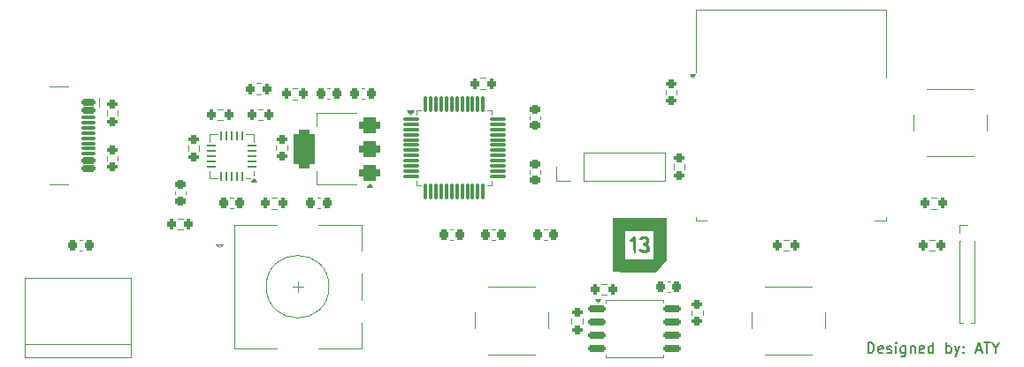
<source format=gto>
G04 #@! TF.GenerationSoftware,KiCad,Pcbnew,9.0.3*
G04 #@! TF.CreationDate,2025-08-18T18:11:48-04:00*
G04 #@! TF.ProjectId,Calender,43616c65-6e64-4657-922e-6b696361645f,rev?*
G04 #@! TF.SameCoordinates,Original*
G04 #@! TF.FileFunction,Legend,Top*
G04 #@! TF.FilePolarity,Positive*
%FSLAX46Y46*%
G04 Gerber Fmt 4.6, Leading zero omitted, Abs format (unit mm)*
G04 Created by KiCad (PCBNEW 9.0.3) date 2025-08-18 18:11:48*
%MOMM*%
%LPD*%
G01*
G04 APERTURE LIST*
G04 Aperture macros list*
%AMRoundRect*
0 Rectangle with rounded corners*
0 $1 Rounding radius*
0 $2 $3 $4 $5 $6 $7 $8 $9 X,Y pos of 4 corners*
0 Add a 4 corners polygon primitive as box body*
4,1,4,$2,$3,$4,$5,$6,$7,$8,$9,$2,$3,0*
0 Add four circle primitives for the rounded corners*
1,1,$1+$1,$2,$3*
1,1,$1+$1,$4,$5*
1,1,$1+$1,$6,$7*
1,1,$1+$1,$8,$9*
0 Add four rect primitives between the rounded corners*
20,1,$1+$1,$2,$3,$4,$5,0*
20,1,$1+$1,$4,$5,$6,$7,0*
20,1,$1+$1,$6,$7,$8,$9,0*
20,1,$1+$1,$8,$9,$2,$3,0*%
G04 Aperture macros list end*
%ADD10C,0.200000*%
%ADD11C,0.000000*%
%ADD12C,0.120000*%
%ADD13RoundRect,0.200000X0.275000X-0.200000X0.275000X0.200000X-0.275000X0.200000X-0.275000X-0.200000X0*%
%ADD14RoundRect,0.200000X0.200000X0.275000X-0.200000X0.275000X-0.200000X-0.275000X0.200000X-0.275000X0*%
%ADD15RoundRect,0.225000X-0.250000X0.225000X-0.250000X-0.225000X0.250000X-0.225000X0.250000X0.225000X0*%
%ADD16C,2.000000*%
%ADD17RoundRect,0.375000X0.625000X0.375000X-0.625000X0.375000X-0.625000X-0.375000X0.625000X-0.375000X0*%
%ADD18RoundRect,0.500000X0.500000X1.400000X-0.500000X1.400000X-0.500000X-1.400000X0.500000X-1.400000X0*%
%ADD19RoundRect,0.200000X-0.200000X-0.275000X0.200000X-0.275000X0.200000X0.275000X-0.200000X0.275000X0*%
%ADD20RoundRect,0.062500X0.350000X0.062500X-0.350000X0.062500X-0.350000X-0.062500X0.350000X-0.062500X0*%
%ADD21RoundRect,0.062500X0.062500X0.350000X-0.062500X0.350000X-0.062500X-0.350000X0.062500X-0.350000X0*%
%ADD22R,2.500000X2.500000*%
%ADD23R,3.000000X3.000000*%
%ADD24C,3.000000*%
%ADD25RoundRect,0.225000X-0.225000X-0.250000X0.225000X-0.250000X0.225000X0.250000X-0.225000X0.250000X0*%
%ADD26R,0.850000X0.850000*%
%ADD27C,0.850000*%
%ADD28R,2.000000X2.000000*%
%ADD29R,3.200000X2.000000*%
%ADD30RoundRect,0.225000X0.250000X-0.225000X0.250000X0.225000X-0.250000X0.225000X-0.250000X-0.225000X0*%
%ADD31RoundRect,0.200000X-0.275000X0.200000X-0.275000X-0.200000X0.275000X-0.200000X0.275000X0.200000X0*%
%ADD32RoundRect,0.225000X0.225000X0.250000X-0.225000X0.250000X-0.225000X-0.250000X0.225000X-0.250000X0*%
%ADD33R,1.500000X0.900000*%
%ADD34R,4.000000X4.000000*%
%ADD35RoundRect,0.075000X-0.662500X-0.075000X0.662500X-0.075000X0.662500X0.075000X-0.662500X0.075000X0*%
%ADD36RoundRect,0.075000X-0.075000X-0.662500X0.075000X-0.662500X0.075000X0.662500X-0.075000X0.662500X0*%
%ADD37C,0.650000*%
%ADD38RoundRect,0.150000X-0.500000X0.150000X-0.500000X-0.150000X0.500000X-0.150000X0.500000X0.150000X0*%
%ADD39RoundRect,0.075000X-0.575000X0.075000X-0.575000X-0.075000X0.575000X-0.075000X0.575000X0.075000X0*%
%ADD40O,2.100000X1.000000*%
%ADD41O,1.600000X1.000000*%
%ADD42RoundRect,0.162500X-0.650000X-0.162500X0.650000X-0.162500X0.650000X0.162500X-0.650000X0.162500X0*%
%ADD43R,1.700000X1.700000*%
%ADD44C,1.700000*%
G04 APERTURE END LIST*
D10*
X224869673Y-141867219D02*
X224869673Y-140867219D01*
X224869673Y-140867219D02*
X225107768Y-140867219D01*
X225107768Y-140867219D02*
X225250625Y-140914838D01*
X225250625Y-140914838D02*
X225345863Y-141010076D01*
X225345863Y-141010076D02*
X225393482Y-141105314D01*
X225393482Y-141105314D02*
X225441101Y-141295790D01*
X225441101Y-141295790D02*
X225441101Y-141438647D01*
X225441101Y-141438647D02*
X225393482Y-141629123D01*
X225393482Y-141629123D02*
X225345863Y-141724361D01*
X225345863Y-141724361D02*
X225250625Y-141819600D01*
X225250625Y-141819600D02*
X225107768Y-141867219D01*
X225107768Y-141867219D02*
X224869673Y-141867219D01*
X226250625Y-141819600D02*
X226155387Y-141867219D01*
X226155387Y-141867219D02*
X225964911Y-141867219D01*
X225964911Y-141867219D02*
X225869673Y-141819600D01*
X225869673Y-141819600D02*
X225822054Y-141724361D01*
X225822054Y-141724361D02*
X225822054Y-141343409D01*
X225822054Y-141343409D02*
X225869673Y-141248171D01*
X225869673Y-141248171D02*
X225964911Y-141200552D01*
X225964911Y-141200552D02*
X226155387Y-141200552D01*
X226155387Y-141200552D02*
X226250625Y-141248171D01*
X226250625Y-141248171D02*
X226298244Y-141343409D01*
X226298244Y-141343409D02*
X226298244Y-141438647D01*
X226298244Y-141438647D02*
X225822054Y-141533885D01*
X226679197Y-141819600D02*
X226774435Y-141867219D01*
X226774435Y-141867219D02*
X226964911Y-141867219D01*
X226964911Y-141867219D02*
X227060149Y-141819600D01*
X227060149Y-141819600D02*
X227107768Y-141724361D01*
X227107768Y-141724361D02*
X227107768Y-141676742D01*
X227107768Y-141676742D02*
X227060149Y-141581504D01*
X227060149Y-141581504D02*
X226964911Y-141533885D01*
X226964911Y-141533885D02*
X226822054Y-141533885D01*
X226822054Y-141533885D02*
X226726816Y-141486266D01*
X226726816Y-141486266D02*
X226679197Y-141391028D01*
X226679197Y-141391028D02*
X226679197Y-141343409D01*
X226679197Y-141343409D02*
X226726816Y-141248171D01*
X226726816Y-141248171D02*
X226822054Y-141200552D01*
X226822054Y-141200552D02*
X226964911Y-141200552D01*
X226964911Y-141200552D02*
X227060149Y-141248171D01*
X227536340Y-141867219D02*
X227536340Y-141200552D01*
X227536340Y-140867219D02*
X227488721Y-140914838D01*
X227488721Y-140914838D02*
X227536340Y-140962457D01*
X227536340Y-140962457D02*
X227583959Y-140914838D01*
X227583959Y-140914838D02*
X227536340Y-140867219D01*
X227536340Y-140867219D02*
X227536340Y-140962457D01*
X228441101Y-141200552D02*
X228441101Y-142010076D01*
X228441101Y-142010076D02*
X228393482Y-142105314D01*
X228393482Y-142105314D02*
X228345863Y-142152933D01*
X228345863Y-142152933D02*
X228250625Y-142200552D01*
X228250625Y-142200552D02*
X228107768Y-142200552D01*
X228107768Y-142200552D02*
X228012530Y-142152933D01*
X228441101Y-141819600D02*
X228345863Y-141867219D01*
X228345863Y-141867219D02*
X228155387Y-141867219D01*
X228155387Y-141867219D02*
X228060149Y-141819600D01*
X228060149Y-141819600D02*
X228012530Y-141771980D01*
X228012530Y-141771980D02*
X227964911Y-141676742D01*
X227964911Y-141676742D02*
X227964911Y-141391028D01*
X227964911Y-141391028D02*
X228012530Y-141295790D01*
X228012530Y-141295790D02*
X228060149Y-141248171D01*
X228060149Y-141248171D02*
X228155387Y-141200552D01*
X228155387Y-141200552D02*
X228345863Y-141200552D01*
X228345863Y-141200552D02*
X228441101Y-141248171D01*
X228917292Y-141200552D02*
X228917292Y-141867219D01*
X228917292Y-141295790D02*
X228964911Y-141248171D01*
X228964911Y-141248171D02*
X229060149Y-141200552D01*
X229060149Y-141200552D02*
X229203006Y-141200552D01*
X229203006Y-141200552D02*
X229298244Y-141248171D01*
X229298244Y-141248171D02*
X229345863Y-141343409D01*
X229345863Y-141343409D02*
X229345863Y-141867219D01*
X230203006Y-141819600D02*
X230107768Y-141867219D01*
X230107768Y-141867219D02*
X229917292Y-141867219D01*
X229917292Y-141867219D02*
X229822054Y-141819600D01*
X229822054Y-141819600D02*
X229774435Y-141724361D01*
X229774435Y-141724361D02*
X229774435Y-141343409D01*
X229774435Y-141343409D02*
X229822054Y-141248171D01*
X229822054Y-141248171D02*
X229917292Y-141200552D01*
X229917292Y-141200552D02*
X230107768Y-141200552D01*
X230107768Y-141200552D02*
X230203006Y-141248171D01*
X230203006Y-141248171D02*
X230250625Y-141343409D01*
X230250625Y-141343409D02*
X230250625Y-141438647D01*
X230250625Y-141438647D02*
X229774435Y-141533885D01*
X231107768Y-141867219D02*
X231107768Y-140867219D01*
X231107768Y-141819600D02*
X231012530Y-141867219D01*
X231012530Y-141867219D02*
X230822054Y-141867219D01*
X230822054Y-141867219D02*
X230726816Y-141819600D01*
X230726816Y-141819600D02*
X230679197Y-141771980D01*
X230679197Y-141771980D02*
X230631578Y-141676742D01*
X230631578Y-141676742D02*
X230631578Y-141391028D01*
X230631578Y-141391028D02*
X230679197Y-141295790D01*
X230679197Y-141295790D02*
X230726816Y-141248171D01*
X230726816Y-141248171D02*
X230822054Y-141200552D01*
X230822054Y-141200552D02*
X231012530Y-141200552D01*
X231012530Y-141200552D02*
X231107768Y-141248171D01*
X232345864Y-141867219D02*
X232345864Y-140867219D01*
X232345864Y-141248171D02*
X232441102Y-141200552D01*
X232441102Y-141200552D02*
X232631578Y-141200552D01*
X232631578Y-141200552D02*
X232726816Y-141248171D01*
X232726816Y-141248171D02*
X232774435Y-141295790D01*
X232774435Y-141295790D02*
X232822054Y-141391028D01*
X232822054Y-141391028D02*
X232822054Y-141676742D01*
X232822054Y-141676742D02*
X232774435Y-141771980D01*
X232774435Y-141771980D02*
X232726816Y-141819600D01*
X232726816Y-141819600D02*
X232631578Y-141867219D01*
X232631578Y-141867219D02*
X232441102Y-141867219D01*
X232441102Y-141867219D02*
X232345864Y-141819600D01*
X233155388Y-141200552D02*
X233393483Y-141867219D01*
X233631578Y-141200552D02*
X233393483Y-141867219D01*
X233393483Y-141867219D02*
X233298245Y-142105314D01*
X233298245Y-142105314D02*
X233250626Y-142152933D01*
X233250626Y-142152933D02*
X233155388Y-142200552D01*
X234012531Y-141771980D02*
X234060150Y-141819600D01*
X234060150Y-141819600D02*
X234012531Y-141867219D01*
X234012531Y-141867219D02*
X233964912Y-141819600D01*
X233964912Y-141819600D02*
X234012531Y-141771980D01*
X234012531Y-141771980D02*
X234012531Y-141867219D01*
X234012531Y-141248171D02*
X234060150Y-141295790D01*
X234060150Y-141295790D02*
X234012531Y-141343409D01*
X234012531Y-141343409D02*
X233964912Y-141295790D01*
X233964912Y-141295790D02*
X234012531Y-141248171D01*
X234012531Y-141248171D02*
X234012531Y-141343409D01*
X235203007Y-141581504D02*
X235679197Y-141581504D01*
X235107769Y-141867219D02*
X235441102Y-140867219D01*
X235441102Y-140867219D02*
X235774435Y-141867219D01*
X235964912Y-140867219D02*
X236536340Y-140867219D01*
X236250626Y-141867219D02*
X236250626Y-140867219D01*
X237060150Y-141391028D02*
X237060150Y-141867219D01*
X236726817Y-140867219D02*
X237060150Y-141391028D01*
X237060150Y-141391028D02*
X237393483Y-140867219D01*
D11*
G04 #@! TO.C,G\u002A\u002A\u002A*
G36*
X202613530Y-130739995D02*
G01*
X202649163Y-130933027D01*
X202660639Y-131268377D01*
X202661333Y-131457666D01*
X202656787Y-131841084D01*
X202640164Y-132083726D01*
X202606979Y-132213980D01*
X202552752Y-132260230D01*
X202534333Y-132261999D01*
X202465480Y-132227265D01*
X202425998Y-132102325D01*
X202409255Y-131856069D01*
X202407333Y-131666354D01*
X202404121Y-131358059D01*
X202387997Y-131188239D01*
X202349227Y-131126064D01*
X202278079Y-131140705D01*
X202246463Y-131156803D01*
X202094406Y-131196975D01*
X202033069Y-131133862D01*
X202064014Y-131008138D01*
X202188808Y-130860482D01*
X202233727Y-130825708D01*
X202418608Y-130705246D01*
X202540943Y-130670372D01*
X202613530Y-130739995D01*
G37*
G36*
X205605073Y-130945955D02*
G01*
X205627813Y-132974245D01*
X205057010Y-133549455D01*
X204486207Y-134124666D01*
X202470446Y-134124666D01*
X201797753Y-134122540D01*
X201278430Y-134115610D01*
X200896562Y-134103051D01*
X200636234Y-134084035D01*
X200481528Y-134057736D01*
X200416530Y-134023328D01*
X200413698Y-134017855D01*
X200404036Y-133908811D01*
X200396693Y-133652525D01*
X200391827Y-133271076D01*
X200389909Y-132854666D01*
X201645333Y-132854666D01*
X202999999Y-132854666D01*
X204354666Y-132854666D01*
X204354666Y-131499999D01*
X204354666Y-130145333D01*
X202999999Y-130145333D01*
X201645333Y-130145333D01*
X201645333Y-131499999D01*
X201645333Y-132854666D01*
X200389909Y-132854666D01*
X200389595Y-132786543D01*
X200390153Y-132221004D01*
X200393659Y-131596538D01*
X200394469Y-131499999D01*
X200395188Y-131414355D01*
X200417666Y-128917666D01*
X202999999Y-128917666D01*
X205582333Y-128917666D01*
X205605073Y-130945955D01*
G37*
G36*
X203726585Y-130693494D02*
G01*
X203829733Y-130754932D01*
X203905785Y-130911303D01*
X203928598Y-131122398D01*
X203896036Y-131307075D01*
X203846016Y-131373401D01*
X203824238Y-131466012D01*
X203888350Y-131553778D01*
X204005277Y-131772929D01*
X203965378Y-132014708D01*
X203846666Y-132177333D01*
X203593035Y-132325060D01*
X203305811Y-132315384D01*
X203103505Y-132214865D01*
X202962732Y-132074936D01*
X202915333Y-131960865D01*
X202976713Y-131859709D01*
X203105013Y-131846418D01*
X203211666Y-131923333D01*
X203328034Y-131988183D01*
X203476551Y-132007999D01*
X203632368Y-131978963D01*
X203667001Y-131862789D01*
X203662054Y-131817499D01*
X203565640Y-131646333D01*
X203444499Y-131599944D01*
X203285200Y-131531679D01*
X203274061Y-131418912D01*
X203411761Y-131300342D01*
X203439022Y-131287243D01*
X203597446Y-131180902D01*
X203657729Y-131097877D01*
X203628797Y-130985246D01*
X203495450Y-130929454D01*
X203317568Y-130946323D01*
X203232802Y-130985588D01*
X203060578Y-131042054D01*
X202966268Y-130988224D01*
X202986842Y-130861830D01*
X203042937Y-130791823D01*
X203234984Y-130690617D01*
X203489941Y-130656571D01*
X203726585Y-130693494D01*
G37*
D12*
G04 #@! TO.C,R9*
X205477500Y-117062258D02*
X205477500Y-116587742D01*
X206522500Y-117062258D02*
X206522500Y-116587742D01*
G04 #@! TO.C,R12*
X231412258Y-126977500D02*
X230937742Y-126977500D01*
X231412258Y-128022500D02*
X230937742Y-128022500D01*
G04 #@! TO.C,C8*
X192490000Y-119134420D02*
X192490000Y-119415580D01*
X193510000Y-119134420D02*
X193510000Y-119415580D01*
G04 #@! TO.C,SW3*
X213750000Y-138000000D02*
X213750000Y-139500000D01*
X215000000Y-142000000D02*
X219500000Y-142000000D01*
X219500000Y-135500000D02*
X215000000Y-135500000D01*
X220750000Y-139500000D02*
X220750000Y-138000000D01*
G04 #@! TO.C,U4*
X172090000Y-118865000D02*
X172090000Y-120125000D01*
X172090000Y-125685000D02*
X172090000Y-124425000D01*
X175850000Y-118865000D02*
X172090000Y-118865000D01*
X175850000Y-125685000D02*
X172090000Y-125685000D01*
X177370000Y-125915000D02*
X176890000Y-125915000D01*
X177130000Y-125585000D01*
X177370000Y-125915000D01*
G36*
X177370000Y-125915000D02*
G01*
X176890000Y-125915000D01*
X177130000Y-125585000D01*
X177370000Y-125915000D01*
G37*
G04 #@! TO.C,R8*
X167762742Y-126977500D02*
X168237258Y-126977500D01*
X167762742Y-128022500D02*
X168237258Y-128022500D01*
G04 #@! TO.C,R18*
X196477500Y-139062258D02*
X196477500Y-138587742D01*
X197522500Y-139062258D02*
X197522500Y-138587742D01*
G04 #@! TO.C,U3*
X161827500Y-120890000D02*
X161827500Y-121615000D01*
X161827500Y-125110000D02*
X161827500Y-124385000D01*
X162552500Y-120890000D02*
X161827500Y-120890000D01*
X162552500Y-125110000D02*
X161827500Y-125110000D01*
X165322500Y-120890000D02*
X166047500Y-120890000D01*
X165322500Y-125110000D02*
X165747500Y-125110000D01*
X166047500Y-120890000D02*
X166047500Y-121615000D01*
X166047500Y-124385000D02*
X166047500Y-124870000D01*
X166287500Y-125440000D02*
X165807500Y-125440000D01*
X166047500Y-125110000D01*
X166287500Y-125440000D01*
G36*
X166287500Y-125440000D02*
G01*
X165807500Y-125440000D01*
X166047500Y-125110000D01*
X166287500Y-125440000D01*
G37*
G04 #@! TO.C,R19*
X206260827Y-124236526D02*
X206260827Y-123762010D01*
X207305827Y-124236526D02*
X207305827Y-123762010D01*
G04 #@! TO.C,J3*
X144145578Y-134690000D02*
X144145578Y-142310000D01*
X144145578Y-142310000D02*
X154305578Y-142310000D01*
X154305578Y-134690000D02*
X144145578Y-134690000D01*
X154305578Y-141040000D02*
X144145578Y-141040000D01*
X154305578Y-142310000D02*
X154305578Y-134690000D01*
G04 #@! TO.C,C5*
X176359420Y-116490000D02*
X176640580Y-116490000D01*
X176359420Y-117510000D02*
X176640580Y-117510000D01*
G04 #@! TO.C,J1*
X233600000Y-129605000D02*
X234345000Y-129605000D01*
X233600000Y-130340000D02*
X233600000Y-129605000D01*
X233600000Y-131075000D02*
X233600000Y-138950000D01*
X233600000Y-131075000D02*
X233659435Y-131075000D01*
X233600000Y-138950000D02*
X233934970Y-138950000D01*
X234755030Y-138950000D02*
X235090000Y-138950000D01*
X235030565Y-131075000D02*
X235090000Y-131075000D01*
X235090000Y-131075000D02*
X235090000Y-138950000D01*
G04 #@! TO.C,SW1*
X162450000Y-131400000D02*
X163050000Y-131400000D01*
X162750000Y-131700000D02*
X162450000Y-131400000D01*
X163050000Y-131400000D02*
X162750000Y-131700000D01*
X164150000Y-129600000D02*
X164150000Y-141400000D01*
X168250000Y-129600000D02*
X164150000Y-129600000D01*
X168250000Y-141400000D02*
X164150000Y-141400000D01*
X169750000Y-135500000D02*
X170750000Y-135500000D01*
X170250000Y-135000000D02*
X170250000Y-136000000D01*
X172250000Y-129600000D02*
X176350000Y-129600000D01*
X176350000Y-129600000D02*
X176350000Y-132000000D01*
X176350000Y-134200000D02*
X176350000Y-136800000D01*
X176350000Y-139000000D02*
X176350000Y-141400000D01*
X176350000Y-141400000D02*
X172250000Y-141400000D01*
X173250000Y-135500000D02*
G75*
G02*
X167250000Y-135500000I-3000000J0D01*
G01*
X167250000Y-135500000D02*
G75*
G02*
X173250000Y-135500000I3000000J0D01*
G01*
G04 #@! TO.C,R7*
X166262742Y-115977500D02*
X166737258Y-115977500D01*
X166262742Y-117022500D02*
X166737258Y-117022500D01*
G04 #@! TO.C,R3*
X166437742Y-118477500D02*
X166912258Y-118477500D01*
X166437742Y-119522500D02*
X166912258Y-119522500D01*
G04 #@! TO.C,C2*
X158490000Y-126640580D02*
X158490000Y-126359420D01*
X159510000Y-126640580D02*
X159510000Y-126359420D01*
G04 #@! TO.C,C9*
X188859420Y-129990000D02*
X189140580Y-129990000D01*
X188859420Y-131010000D02*
X189140580Y-131010000D01*
G04 #@! TO.C,R13*
X168198349Y-121935900D02*
X168198349Y-122410416D01*
X169243349Y-121935900D02*
X169243349Y-122410416D01*
G04 #@! TO.C,C11*
X173084420Y-116490000D02*
X173365580Y-116490000D01*
X173084420Y-117510000D02*
X173365580Y-117510000D01*
G04 #@! TO.C,R6*
X158762742Y-128977500D02*
X159237258Y-128977500D01*
X158762742Y-130022500D02*
X159237258Y-130022500D01*
G04 #@! TO.C,C1*
X149640580Y-130990000D02*
X149359420Y-130990000D01*
X149640580Y-132010000D02*
X149359420Y-132010000D01*
G04 #@! TO.C,R14*
X188237258Y-115477500D02*
X187762742Y-115477500D01*
X188237258Y-116522500D02*
X187762742Y-116522500D01*
G04 #@! TO.C,C3*
X172134420Y-126990000D02*
X172415580Y-126990000D01*
X172134420Y-128010000D02*
X172415580Y-128010000D01*
G04 #@! TO.C,R4*
X163062258Y-118477500D02*
X162587742Y-118477500D01*
X163062258Y-119522500D02*
X162587742Y-119522500D01*
G04 #@! TO.C,SW2*
X229250000Y-119000000D02*
X229250000Y-120500000D01*
X230500000Y-123000000D02*
X235000000Y-123000000D01*
X235000000Y-116500000D02*
X230500000Y-116500000D01*
X236250000Y-120500000D02*
X236250000Y-119000000D01*
G04 #@! TO.C,U5*
X208380000Y-108880000D02*
X208380000Y-114900000D01*
X208380000Y-108880000D02*
X226620000Y-108880000D01*
X208380000Y-128800000D02*
X208380000Y-129120000D01*
X208380000Y-129120000D02*
X209400000Y-129120000D01*
X225500000Y-129120000D02*
X226620000Y-129120000D01*
X226620000Y-108880000D02*
X226620000Y-115400000D01*
X226620000Y-128800000D02*
X226620000Y-129100000D01*
X208050000Y-115400000D02*
X207810000Y-115064000D01*
X208290000Y-115064000D01*
X208050000Y-115400000D01*
G36*
X208050000Y-115400000D02*
G01*
X207810000Y-115064000D01*
X208290000Y-115064000D01*
X208050000Y-115400000D01*
G37*
G04 #@! TO.C,C10*
X184859420Y-129990000D02*
X185140580Y-129990000D01*
X184859420Y-131010000D02*
X185140580Y-131010000D01*
G04 #@! TO.C,R2*
X151977500Y-122937742D02*
X151977500Y-123412258D01*
X153022500Y-122937742D02*
X153022500Y-123412258D01*
G04 #@! TO.C,C4*
X164078080Y-126990000D02*
X163796920Y-126990000D01*
X164078080Y-128010000D02*
X163796920Y-128010000D01*
G04 #@! TO.C,R5*
X159763510Y-122453969D02*
X159763510Y-121979453D01*
X160808510Y-122453969D02*
X160808510Y-121979453D01*
G04 #@! TO.C,U1*
X181640000Y-118552500D02*
X181640000Y-119002500D01*
X181640000Y-125772500D02*
X181640000Y-125322500D01*
X182090000Y-118552500D02*
X181640000Y-118552500D01*
X182090000Y-125772500D02*
X181640000Y-125772500D01*
X188410000Y-118552500D02*
X188860000Y-118552500D01*
X188410000Y-125772500D02*
X188860000Y-125772500D01*
X188860000Y-118552500D02*
X188860000Y-119002500D01*
X188860000Y-125772500D02*
X188860000Y-125322500D01*
X181050000Y-119002500D02*
X180710000Y-118532500D01*
X181390000Y-118532500D01*
X181050000Y-119002500D01*
G36*
X181050000Y-119002500D02*
G01*
X180710000Y-118532500D01*
X181390000Y-118532500D01*
X181050000Y-119002500D01*
G37*
G04 #@! TO.C,J2*
X148280000Y-116300000D02*
X146500000Y-116300000D01*
X148280000Y-125700000D02*
X146500000Y-125700000D01*
X151200000Y-118200000D02*
X151200000Y-117400000D01*
G04 #@! TO.C,C6*
X192490000Y-124640580D02*
X192490000Y-124359420D01*
X193510000Y-124640580D02*
X193510000Y-124359420D01*
G04 #@! TO.C,C7*
X193859420Y-129990000D02*
X194140580Y-129990000D01*
X193859420Y-131010000D02*
X194140580Y-131010000D01*
G04 #@! TO.C,R10*
X216762742Y-130977500D02*
X217237258Y-130977500D01*
X216762742Y-132022500D02*
X217237258Y-132022500D01*
G04 #@! TO.C,R15*
X170237258Y-116477500D02*
X169762742Y-116477500D01*
X170237258Y-117522500D02*
X169762742Y-117522500D01*
G04 #@! TO.C,U6*
X199740000Y-136740000D02*
X199740000Y-137010000D01*
X199740000Y-142260000D02*
X199740000Y-141990000D01*
X202500000Y-136740000D02*
X199740000Y-136740000D01*
X202500000Y-136740000D02*
X205260000Y-136740000D01*
X202500000Y-142260000D02*
X199740000Y-142260000D01*
X202500000Y-142260000D02*
X205260000Y-142260000D01*
X205260000Y-136740000D02*
X205260000Y-137010000D01*
X205260000Y-142260000D02*
X205260000Y-141990000D01*
X198975000Y-137010000D02*
X198735000Y-136680000D01*
X199215000Y-136680000D01*
X198975000Y-137010000D01*
G36*
X198975000Y-137010000D02*
G01*
X198735000Y-136680000D01*
X199215000Y-136680000D01*
X198975000Y-137010000D01*
G37*
G04 #@! TO.C,R1*
X151977500Y-118587742D02*
X151977500Y-119062258D01*
X153022500Y-118587742D02*
X153022500Y-119062258D01*
G04 #@! TO.C,J4*
X195000000Y-125380000D02*
X195000000Y-124000000D01*
X196380000Y-125380000D02*
X195000000Y-125380000D01*
X197650000Y-122620000D02*
X205380000Y-122620000D01*
X197650000Y-125380000D02*
X197650000Y-122620000D01*
X197650000Y-125380000D02*
X205380000Y-125380000D01*
X205380000Y-125380000D02*
X205380000Y-122620000D01*
G04 #@! TO.C,R16*
X207977500Y-138237258D02*
X207977500Y-137762742D01*
X209022500Y-138237258D02*
X209022500Y-137762742D01*
G04 #@! TO.C,C12*
X205915580Y-134990000D02*
X205634420Y-134990000D01*
X205915580Y-136010000D02*
X205634420Y-136010000D01*
G04 #@! TO.C,R11*
X230762742Y-130977500D02*
X231237258Y-130977500D01*
X230762742Y-132022500D02*
X231237258Y-132022500D01*
G04 #@! TO.C,R17*
X199341777Y-135220524D02*
X199816293Y-135220524D01*
X199341777Y-136265524D02*
X199816293Y-136265524D01*
G04 #@! TO.C,SW4*
X187250000Y-138000000D02*
X187250000Y-139500000D01*
X188500000Y-142000000D02*
X193000000Y-142000000D01*
X193000000Y-135500000D02*
X188500000Y-135500000D01*
X194250000Y-139500000D02*
X194250000Y-138000000D01*
G04 #@! TD*
%LPC*%
D13*
G04 #@! TO.C,R9*
X206000000Y-117650000D03*
X206000000Y-116000000D03*
G04 #@! TD*
D14*
G04 #@! TO.C,R12*
X232000000Y-127500000D03*
X230350000Y-127500000D03*
G04 #@! TD*
D15*
G04 #@! TO.C,C8*
X193000000Y-118500000D03*
X193000000Y-120050000D03*
G04 #@! TD*
D16*
G04 #@! TO.C,SW3*
X214000000Y-136500000D03*
X220500000Y-136500000D03*
X214000000Y-141000000D03*
X220500000Y-141000000D03*
G04 #@! TD*
D17*
G04 #@! TO.C,U4*
X177150000Y-124575000D03*
X177150000Y-122275000D03*
D18*
X170850000Y-122275000D03*
D17*
X177150000Y-119975000D03*
G04 #@! TD*
D19*
G04 #@! TO.C,R8*
X167175000Y-127500000D03*
X168825000Y-127500000D03*
G04 #@! TD*
D13*
G04 #@! TO.C,R18*
X197000000Y-139650000D03*
X197000000Y-138000000D03*
G04 #@! TD*
D20*
G04 #@! TO.C,U3*
X165875000Y-124000000D03*
X165875000Y-123500000D03*
X165875000Y-123000000D03*
X165875000Y-122500000D03*
X165875000Y-122000000D03*
D21*
X164937500Y-121062500D03*
X164437500Y-121062500D03*
X163937500Y-121062500D03*
X163437500Y-121062500D03*
X162937500Y-121062500D03*
D20*
X162000000Y-122000000D03*
X162000000Y-122500000D03*
X162000000Y-123000000D03*
X162000000Y-123500000D03*
X162000000Y-124000000D03*
D21*
X162937500Y-124937500D03*
X163437500Y-124937500D03*
X163937500Y-124937500D03*
X164437500Y-124937500D03*
X164937500Y-124937500D03*
D22*
X163937500Y-123000000D03*
G04 #@! TD*
D13*
G04 #@! TO.C,R19*
X206783327Y-124824268D03*
X206783327Y-123174268D03*
G04 #@! TD*
D23*
G04 #@! TO.C,J3*
X146685578Y-138500000D03*
D24*
X151765578Y-138500000D03*
G04 #@! TD*
D25*
G04 #@! TO.C,C5*
X175725000Y-117000000D03*
X177275000Y-117000000D03*
G04 #@! TD*
D26*
G04 #@! TO.C,J1*
X234345000Y-130340000D03*
D27*
X234345000Y-131340000D03*
X234345000Y-132340000D03*
X234345000Y-133340000D03*
X234345000Y-134340000D03*
X234345000Y-135340000D03*
X234345000Y-136340000D03*
X234345000Y-137340000D03*
X234345000Y-138340000D03*
G04 #@! TD*
D28*
G04 #@! TO.C,SW1*
X162750000Y-133000000D03*
D16*
X162750000Y-138000000D03*
X162750000Y-135500000D03*
D29*
X170250000Y-129900000D03*
X170250000Y-141100000D03*
D16*
X177250000Y-138000000D03*
X177250000Y-133000000D03*
G04 #@! TD*
D19*
G04 #@! TO.C,R7*
X165675000Y-116500000D03*
X167325000Y-116500000D03*
G04 #@! TD*
G04 #@! TO.C,R3*
X165850000Y-119000000D03*
X167500000Y-119000000D03*
G04 #@! TD*
D30*
G04 #@! TO.C,C2*
X159000000Y-127275000D03*
X159000000Y-125725000D03*
G04 #@! TD*
D25*
G04 #@! TO.C,C9*
X188225000Y-130500000D03*
X189775000Y-130500000D03*
G04 #@! TD*
D31*
G04 #@! TO.C,R13*
X168720849Y-121348158D03*
X168720849Y-122998158D03*
G04 #@! TD*
D25*
G04 #@! TO.C,C11*
X172450000Y-117000000D03*
X174000000Y-117000000D03*
G04 #@! TD*
D19*
G04 #@! TO.C,R6*
X158175000Y-129500000D03*
X159825000Y-129500000D03*
G04 #@! TD*
D32*
G04 #@! TO.C,C1*
X150275000Y-131500000D03*
X148725000Y-131500000D03*
G04 #@! TD*
D14*
G04 #@! TO.C,R14*
X188825000Y-116000000D03*
X187175000Y-116000000D03*
G04 #@! TD*
D25*
G04 #@! TO.C,C3*
X171500000Y-127500000D03*
X173050000Y-127500000D03*
G04 #@! TD*
D14*
G04 #@! TO.C,R4*
X163650000Y-119000000D03*
X162000000Y-119000000D03*
G04 #@! TD*
D16*
G04 #@! TO.C,SW2*
X229500000Y-117500000D03*
X236000000Y-117500000D03*
X229500000Y-122000000D03*
X236000000Y-122000000D03*
G04 #@! TD*
D33*
G04 #@! TO.C,U5*
X208750000Y-116100000D03*
X208750000Y-117600000D03*
X208750000Y-119100000D03*
X208750000Y-120600000D03*
X208750000Y-122100000D03*
X208750000Y-123600000D03*
X208750000Y-125100000D03*
X208750000Y-126600000D03*
X208750000Y-128100000D03*
X226250000Y-128100000D03*
X226250000Y-126600000D03*
X226250000Y-125100000D03*
X226250000Y-123600000D03*
X226250000Y-122100000D03*
X226250000Y-120600000D03*
X226250000Y-119100000D03*
X226250000Y-117600000D03*
X226250000Y-116100000D03*
D34*
X218600000Y-122710000D03*
G04 #@! TD*
D25*
G04 #@! TO.C,C10*
X184225000Y-130500000D03*
X185775000Y-130500000D03*
G04 #@! TD*
D31*
G04 #@! TO.C,R2*
X152500000Y-122350000D03*
X152500000Y-124000000D03*
G04 #@! TD*
D32*
G04 #@! TO.C,C4*
X164712500Y-127500000D03*
X163162500Y-127500000D03*
G04 #@! TD*
D13*
G04 #@! TO.C,R5*
X160286010Y-123041711D03*
X160286010Y-121391711D03*
G04 #@! TD*
D35*
G04 #@! TO.C,U1*
X181087500Y-119412500D03*
X181087500Y-119912500D03*
X181087500Y-120412500D03*
X181087500Y-120912500D03*
X181087500Y-121412500D03*
X181087500Y-121912500D03*
X181087500Y-122412500D03*
X181087500Y-122912500D03*
X181087500Y-123412500D03*
X181087500Y-123912500D03*
X181087500Y-124412500D03*
X181087500Y-124912500D03*
D36*
X182500000Y-126325000D03*
X183000000Y-126325000D03*
X183500000Y-126325000D03*
X184000000Y-126325000D03*
X184500000Y-126325000D03*
X185000000Y-126325000D03*
X185500000Y-126325000D03*
X186000000Y-126325000D03*
X186500000Y-126325000D03*
X187000000Y-126325000D03*
X187500000Y-126325000D03*
X188000000Y-126325000D03*
D35*
X189412500Y-124912500D03*
X189412500Y-124412500D03*
X189412500Y-123912500D03*
X189412500Y-123412500D03*
X189412500Y-122912500D03*
X189412500Y-122412500D03*
X189412500Y-121912500D03*
X189412500Y-121412500D03*
X189412500Y-120912500D03*
X189412500Y-120412500D03*
X189412500Y-119912500D03*
X189412500Y-119412500D03*
D36*
X188000000Y-118000000D03*
X187500000Y-118000000D03*
X187000000Y-118000000D03*
X186500000Y-118000000D03*
X186000000Y-118000000D03*
X185500000Y-118000000D03*
X185000000Y-118000000D03*
X184500000Y-118000000D03*
X184000000Y-118000000D03*
X183500000Y-118000000D03*
X183000000Y-118000000D03*
X182500000Y-118000000D03*
G04 #@! TD*
D37*
G04 #@! TO.C,J2*
X149105000Y-118110000D03*
X149105000Y-123890000D03*
D38*
X150245000Y-117800000D03*
X150245000Y-118600000D03*
D39*
X150245000Y-119750000D03*
X150245000Y-120750000D03*
X150245000Y-121250000D03*
X150245000Y-122250000D03*
D38*
X150245000Y-123400000D03*
X150245000Y-124200000D03*
X150245000Y-124200000D03*
X150245000Y-123400000D03*
D39*
X150245000Y-122750000D03*
X150245000Y-121750000D03*
X150245000Y-120250000D03*
X150245000Y-119250000D03*
D38*
X150245000Y-118600000D03*
X150245000Y-117800000D03*
D40*
X149605000Y-116680000D03*
D41*
X145425000Y-116680000D03*
D40*
X149605000Y-125320000D03*
D41*
X145425000Y-125320000D03*
G04 #@! TD*
D30*
G04 #@! TO.C,C6*
X193000000Y-125275000D03*
X193000000Y-123725000D03*
G04 #@! TD*
D25*
G04 #@! TO.C,C7*
X193225000Y-130500000D03*
X194775000Y-130500000D03*
G04 #@! TD*
D19*
G04 #@! TO.C,R10*
X216175000Y-131500000D03*
X217825000Y-131500000D03*
G04 #@! TD*
D14*
G04 #@! TO.C,R15*
X170825000Y-117000000D03*
X169175000Y-117000000D03*
G04 #@! TD*
D42*
G04 #@! TO.C,U6*
X198912500Y-137595000D03*
X198912500Y-138865000D03*
X198912500Y-140135000D03*
X198912500Y-141405000D03*
X206087500Y-141405000D03*
X206087500Y-140135000D03*
X206087500Y-138865000D03*
X206087500Y-137595000D03*
G04 #@! TD*
D31*
G04 #@! TO.C,R1*
X152500000Y-118000000D03*
X152500000Y-119650000D03*
G04 #@! TD*
D43*
G04 #@! TO.C,J4*
X196380000Y-124000000D03*
D44*
X198920000Y-124000000D03*
X201460000Y-124000000D03*
X204000000Y-124000000D03*
G04 #@! TD*
D13*
G04 #@! TO.C,R16*
X208500000Y-138825000D03*
X208500000Y-137175000D03*
G04 #@! TD*
D32*
G04 #@! TO.C,C12*
X206550000Y-135500000D03*
X205000000Y-135500000D03*
G04 #@! TD*
D19*
G04 #@! TO.C,R11*
X230175000Y-131500000D03*
X231825000Y-131500000D03*
G04 #@! TD*
G04 #@! TO.C,R17*
X198754035Y-135743024D03*
X200404035Y-135743024D03*
G04 #@! TD*
D16*
G04 #@! TO.C,SW4*
X187500000Y-136500000D03*
X194000000Y-136500000D03*
X187500000Y-141000000D03*
X194000000Y-141000000D03*
G04 #@! TD*
%LPD*%
M02*

</source>
